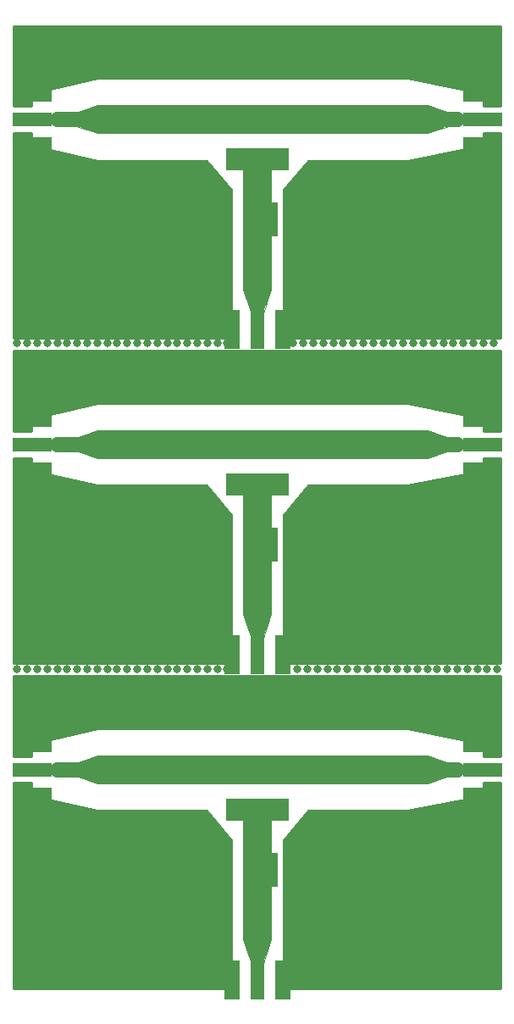
<source format=gbr>
G04 #@! TF.GenerationSoftware,KiCad,Pcbnew,(5.1.5)-3*
G04 #@! TF.CreationDate,2021-12-07T11:44:26+01:00*
G04 #@! TF.ProjectId,stitched capcoupler,73746974-6368-4656-9420-636170636f75,rev?*
G04 #@! TF.SameCoordinates,Original*
G04 #@! TF.FileFunction,Copper,L1,Top*
G04 #@! TF.FilePolarity,Positive*
%FSLAX46Y46*%
G04 Gerber Fmt 4.6, Leading zero omitted, Abs format (unit mm)*
G04 Created by KiCad (PCBNEW (5.1.5)-3) date 2021-12-07 11:44:26*
%MOMM*%
%LPD*%
G04 APERTURE LIST*
%ADD10C,0.100000*%
%ADD11C,0.500000*%
%ADD12R,2.000000X2.900000*%
%ADD13R,0.500000X1.000000*%
%ADD14R,2.900000X2.000000*%
%ADD15R,1.000000X0.500000*%
%ADD16R,6.350000X2.200000*%
%ADD17R,1.500000X4.000000*%
%ADD18R,1.400000X4.000000*%
%ADD19R,4.000000X1.400000*%
%ADD20R,4.000000X1.500000*%
%ADD21R,2.000000X3.500000*%
%ADD22C,0.800000*%
%ADD23C,2.900000*%
%ADD24C,1.500000*%
%ADD25C,0.254000*%
G04 APERTURE END LIST*
D10*
X92800000Y19000000D02*
X91700000Y18600000D01*
X92800000Y21000000D02*
X91900000Y21300000D01*
X91900000Y21400000D02*
X94900000Y20300000D01*
X94900000Y19700000D02*
X91900000Y18600000D01*
D11*
X94900000Y20000000D02*
X92000000Y19500000D01*
X95000000Y20000000D02*
X92000000Y20500000D01*
X95000000Y20000000D02*
X91800000Y21100000D01*
X95000000Y20000000D02*
X91800000Y18900000D01*
X95000000Y20000000D02*
X91900000Y20000000D01*
D10*
X92000000Y18600000D02*
X94900000Y19600000D01*
X94900000Y20400000D02*
X92000000Y21400000D01*
X74000000Y2200000D02*
X73600000Y3300000D01*
X76000000Y2200000D02*
X76300000Y3100000D01*
X76400000Y3100000D02*
X75300000Y100000D01*
X74700000Y100000D02*
X73600000Y3100000D01*
D11*
X75000000Y100000D02*
X74500000Y3000000D01*
X75000000Y0D02*
X75500000Y3000000D01*
X75000000Y0D02*
X76100000Y3200000D01*
X75000000Y0D02*
X73900000Y3200000D01*
X75000000Y0D02*
X75000000Y3100000D01*
D10*
X73600000Y3000000D02*
X74600000Y100000D01*
X75400000Y100000D02*
X76400000Y3000000D01*
X58200000Y21000000D02*
X59300000Y21400000D01*
X58200000Y19000000D02*
X59100000Y18700000D01*
X59100000Y18600000D02*
X56100000Y19700000D01*
X56100000Y20300000D02*
X59100000Y21400000D01*
D11*
X56100000Y20000000D02*
X59000000Y20500000D01*
X56000000Y20000000D02*
X59000000Y19500000D01*
X56000000Y20000000D02*
X59200000Y18900000D01*
X56000000Y20000000D02*
X59200000Y21100000D01*
X56000000Y20000000D02*
X59100000Y20000000D01*
D10*
X59000000Y21400000D02*
X56100000Y20400000D01*
X56100000Y19600000D02*
X59000000Y18600000D01*
X92800000Y-13500000D02*
X91700000Y-13900000D01*
X92800000Y-11500000D02*
X91900000Y-11200000D01*
X91900000Y-11100000D02*
X94900000Y-12200000D01*
X94900000Y-12800000D02*
X91900000Y-13900000D01*
D11*
X94900000Y-12500000D02*
X92000000Y-13000000D01*
X95000000Y-12500000D02*
X92000000Y-12000000D01*
X95000000Y-12500000D02*
X91800000Y-11400000D01*
X95000000Y-12500000D02*
X91800000Y-13600000D01*
X95000000Y-12500000D02*
X91900000Y-12500000D01*
D10*
X92000000Y-13900000D02*
X94900000Y-12900000D01*
X94900000Y-12100000D02*
X92000000Y-11100000D01*
X74000000Y-30300000D02*
X73600000Y-29200000D01*
X76000000Y-30300000D02*
X76300000Y-29400000D01*
X76400000Y-29400000D02*
X75300000Y-32400000D01*
X74700000Y-32400000D02*
X73600000Y-29400000D01*
D11*
X75000000Y-32400000D02*
X74500000Y-29500000D01*
X75000000Y-32500000D02*
X75500000Y-29500000D01*
X75000000Y-32500000D02*
X76100000Y-29300000D01*
X75000000Y-32500000D02*
X73900000Y-29300000D01*
X75000000Y-32500000D02*
X75000000Y-29400000D01*
D10*
X73600000Y-29500000D02*
X74600000Y-32400000D01*
X75400000Y-32400000D02*
X76400000Y-29500000D01*
X58200000Y-11500000D02*
X59300000Y-11100000D01*
X58200000Y-13500000D02*
X59100000Y-13800000D01*
X59100000Y-13900000D02*
X56100000Y-12800000D01*
X56100000Y-12200000D02*
X59100000Y-11100000D01*
D11*
X56100000Y-12500000D02*
X59000000Y-12000000D01*
X56000000Y-12500000D02*
X59000000Y-13000000D01*
X56000000Y-12500000D02*
X59200000Y-13600000D01*
X56000000Y-12500000D02*
X59200000Y-11400000D01*
X56000000Y-12500000D02*
X59100000Y-12500000D01*
D10*
X59000000Y-11100000D02*
X56100000Y-12100000D01*
X56100000Y-12900000D02*
X59000000Y-13900000D01*
X75400000Y-64900000D02*
X76400000Y-62000000D01*
X73600000Y-62000000D02*
X74600000Y-64900000D01*
D11*
X75000000Y-65000000D02*
X75000000Y-61900000D01*
X75000000Y-65000000D02*
X73900000Y-61800000D01*
X75000000Y-65000000D02*
X76100000Y-61800000D01*
X75000000Y-65000000D02*
X75500000Y-62000000D01*
X75000000Y-64900000D02*
X74500000Y-62000000D01*
D10*
X74700000Y-64900000D02*
X73600000Y-61900000D01*
X76400000Y-61900000D02*
X75300000Y-64900000D01*
X76000000Y-62800000D02*
X76300000Y-61900000D01*
X74000000Y-62800000D02*
X73600000Y-61700000D01*
X94900000Y-44600000D02*
X92000000Y-43600000D01*
X92000000Y-46400000D02*
X94900000Y-45400000D01*
D11*
X95000000Y-45000000D02*
X91900000Y-45000000D01*
X95000000Y-45000000D02*
X91800000Y-46100000D01*
X95000000Y-45000000D02*
X91800000Y-43900000D01*
X95000000Y-45000000D02*
X92000000Y-44500000D01*
X94900000Y-45000000D02*
X92000000Y-45500000D01*
D10*
X94900000Y-45300000D02*
X91900000Y-46400000D01*
X91900000Y-43600000D02*
X94900000Y-44700000D01*
X92800000Y-44000000D02*
X91900000Y-43700000D01*
X92800000Y-46000000D02*
X91700000Y-46400000D01*
X56100000Y-45400000D02*
X59000000Y-46400000D01*
X59000000Y-43600000D02*
X56100000Y-44600000D01*
D11*
X56000000Y-45000000D02*
X59100000Y-45000000D01*
X56000000Y-45000000D02*
X59200000Y-43900000D01*
X56000000Y-45000000D02*
X59200000Y-46100000D01*
X56000000Y-45000000D02*
X59000000Y-45500000D01*
X56100000Y-45000000D02*
X59000000Y-44500000D01*
D10*
X56100000Y-44700000D02*
X59100000Y-43600000D01*
X59100000Y-46400000D02*
X56100000Y-45300000D01*
X58200000Y-46000000D02*
X59100000Y-46300000D01*
X58200000Y-44000000D02*
X59300000Y-43600000D01*
D12*
X91000000Y20000000D03*
D13*
X95000000Y20000000D03*
D14*
X75000000Y4000000D03*
D15*
X75000000Y0D03*
D16*
X75000000Y16000000D03*
X75000000Y20000000D03*
D17*
X72460000Y-1000000D03*
X77540000Y-1000000D03*
D18*
X75000000Y-1000000D03*
D19*
X97500000Y20000000D03*
D20*
X97500000Y22540000D03*
X97500000Y17460000D03*
D21*
X80000000Y10000000D03*
X76000000Y10000000D03*
D20*
X52500000Y22540000D03*
X52500000Y17460000D03*
D19*
X52500000Y20000000D03*
D12*
X60000000Y20000000D03*
D13*
X56000000Y20000000D03*
D12*
X91000000Y-12500000D03*
D13*
X95000000Y-12500000D03*
D14*
X75000000Y-28500000D03*
D15*
X75000000Y-32500000D03*
D16*
X75000000Y-16500000D03*
X75000000Y-12500000D03*
D17*
X72460000Y-33500000D03*
X77540000Y-33500000D03*
D18*
X75000000Y-33500000D03*
D19*
X97500000Y-12500000D03*
D20*
X97500000Y-9960000D03*
X97500000Y-15040000D03*
D21*
X80000000Y-22500000D03*
X76000000Y-22500000D03*
D20*
X52500000Y-9960000D03*
X52500000Y-15040000D03*
D19*
X52500000Y-12500000D03*
D12*
X60000000Y-12500000D03*
D13*
X56000000Y-12500000D03*
D15*
X75000000Y-65000000D03*
D14*
X75000000Y-61000000D03*
D13*
X95000000Y-45000000D03*
D12*
X91000000Y-45000000D03*
D13*
X56000000Y-45000000D03*
D12*
X60000000Y-45000000D03*
D16*
X75000000Y-45000000D03*
X75000000Y-49000000D03*
D21*
X76000000Y-55000000D03*
X80000000Y-55000000D03*
D19*
X52500000Y-45000000D03*
D20*
X52500000Y-47540000D03*
X52500000Y-42460000D03*
X97500000Y-47540000D03*
X97500000Y-42460000D03*
D19*
X97500000Y-45000000D03*
D18*
X75000000Y-66000000D03*
D17*
X77540000Y-66000000D03*
X72460000Y-66000000D03*
D22*
X87500000Y-20000000D03*
X62500000Y-27500000D03*
X65000000Y-30000000D03*
X87500000Y-25000000D03*
X90000000Y-27500000D03*
X90000000Y-32500000D03*
X90000000Y-25000000D03*
X90000000Y-30000000D03*
X87500000Y-30000000D03*
X85000000Y-30000000D03*
X82500000Y-30000000D03*
X67500000Y-30000000D03*
X62500000Y-25000000D03*
X87500000Y-27500000D03*
X62500000Y-30000000D03*
X70000000Y-30000000D03*
X62500000Y-32500000D03*
X87500000Y-22500000D03*
X80000000Y-30000000D03*
X62500000Y-22500000D03*
X62500000Y-20000000D03*
X57500000Y-32500000D03*
X67500000Y-32500000D03*
X80000000Y-32500000D03*
X65000000Y-32500000D03*
X92500000Y-32500000D03*
X67500000Y-27500000D03*
X87500000Y-32500000D03*
X82500000Y-22500000D03*
X82500000Y-27500000D03*
X82500000Y-20000000D03*
X70000000Y-27500000D03*
X70000000Y-32500000D03*
X55000000Y-32500000D03*
X82500000Y-32500000D03*
X82500000Y-25000000D03*
X85000000Y-27500000D03*
X85000000Y-32500000D03*
X65000000Y-27500000D03*
X95000000Y-32500000D03*
X85000000Y-5000000D03*
X60000000Y-5000000D03*
X60000000Y-20000000D03*
X60000000Y-32500000D03*
X90000000Y-5000000D03*
X72500000Y-5000000D03*
X62500000Y-5000000D03*
X57500000Y-5000000D03*
X55000000Y-5000000D03*
X52500000Y-5000000D03*
X60000000Y-22500000D03*
X97500000Y-22500000D03*
X60000000Y-25000000D03*
X60000000Y-30000000D03*
X97500000Y-30000000D03*
X97500000Y-25000000D03*
X95000000Y-5000000D03*
X87500000Y-5000000D03*
X65000000Y-5000000D03*
X90000000Y-20000000D03*
X90000000Y-22500000D03*
X60000000Y-27500000D03*
X70000000Y-5000000D03*
X97500000Y-20000000D03*
X97500000Y-5000000D03*
X97500000Y-27500000D03*
X92500000Y-5000000D03*
X77500000Y-5000000D03*
X82500000Y-5000000D03*
X80000000Y-5000000D03*
X75000000Y-5000000D03*
X67500000Y-5000000D03*
X97500000Y-17500000D03*
X75000000Y-7500000D03*
X67500000Y-17500000D03*
X55000000Y-7500000D03*
X85000000Y-17500000D03*
X57500000Y-17500000D03*
X62500000Y-7500000D03*
X55000000Y-17500000D03*
X57500000Y-7500000D03*
X52500000Y-17500000D03*
X80000000Y-7500000D03*
X52500000Y-20000000D03*
X60000000Y-7500000D03*
X80000000Y-17500000D03*
X52500000Y-22500000D03*
X85000000Y-7500000D03*
X92500000Y-17500000D03*
X87500000Y-17500000D03*
X52500000Y-7500000D03*
X90000000Y-17500000D03*
X67500000Y-7500000D03*
X60000000Y-17500000D03*
X52500000Y-25000000D03*
X62500000Y-17500000D03*
X52500000Y-30000000D03*
X70000000Y-7500000D03*
X90000000Y-7500000D03*
X70000000Y-17500000D03*
X72500000Y-7500000D03*
X95000000Y-17500000D03*
X52500000Y-27500000D03*
X97500000Y-32500000D03*
X82500000Y-17500000D03*
X52500000Y-32500000D03*
X95000000Y-7500000D03*
X97500000Y-7500000D03*
X92500000Y-7500000D03*
X65000000Y-7500000D03*
X82500000Y-7500000D03*
X77500000Y-7500000D03*
X87500000Y-7500000D03*
X51000000Y-7500000D03*
X65000000Y-17500000D03*
X87500000Y12500000D03*
X62500000Y5000000D03*
X65000000Y2500000D03*
X87500000Y7500000D03*
X90000000Y5000000D03*
X90000000Y0D03*
X90000000Y7500000D03*
X90000000Y2500000D03*
X87500000Y2500000D03*
X85000000Y2500000D03*
X82500000Y2500000D03*
X67500000Y2500000D03*
X62500000Y7500000D03*
X87500000Y5000000D03*
X62500000Y2500000D03*
X70000000Y2500000D03*
X62500000Y0D03*
X87500000Y10000000D03*
X80000000Y2500000D03*
X62500000Y10000000D03*
X62500000Y12500000D03*
X57500000Y0D03*
X67500000Y0D03*
X80000000Y0D03*
X65000000Y0D03*
X92500000Y0D03*
X67500000Y5000000D03*
X87500000Y0D03*
X82500000Y10000000D03*
X82500000Y5000000D03*
X82500000Y12500000D03*
X70000000Y5000000D03*
X70000000Y0D03*
X55000000Y0D03*
X82500000Y0D03*
X82500000Y7500000D03*
X85000000Y5000000D03*
X85000000Y0D03*
X65000000Y5000000D03*
X95000000Y0D03*
X85000000Y27500000D03*
X60000000Y27500000D03*
X60000000Y12500000D03*
X60000000Y0D03*
X90000000Y27500000D03*
X72500000Y27500000D03*
X62500000Y27500000D03*
X57500000Y27500000D03*
X55000000Y27500000D03*
X52500000Y27500000D03*
X60000000Y10000000D03*
X97500000Y10000000D03*
X60000000Y7500000D03*
X60000000Y2500000D03*
X97500000Y2500000D03*
X97500000Y7500000D03*
X95000000Y27500000D03*
X87500000Y27500000D03*
X65000000Y27500000D03*
X90000000Y12500000D03*
X90000000Y10000000D03*
X60000000Y5000000D03*
X70000000Y27500000D03*
X97500000Y12500000D03*
X97500000Y27500000D03*
X97500000Y5000000D03*
X92500000Y27500000D03*
X77500000Y27500000D03*
X82500000Y27500000D03*
X80000000Y27500000D03*
X75000000Y27500000D03*
X67500000Y27500000D03*
X97500000Y15000000D03*
X75000000Y25000000D03*
X67500000Y15000000D03*
X55000000Y25000000D03*
X85000000Y15000000D03*
X57500000Y15000000D03*
X62500000Y25000000D03*
X55000000Y15000000D03*
X57500000Y25000000D03*
X52500000Y15000000D03*
X80000000Y25000000D03*
X52500000Y12500000D03*
X60000000Y25000000D03*
X80000000Y15000000D03*
X52500000Y10000000D03*
X85000000Y25000000D03*
X92500000Y15000000D03*
X87500000Y15000000D03*
X52500000Y25000000D03*
X90000000Y15000000D03*
X67500000Y25000000D03*
X60000000Y15000000D03*
X52500000Y7500000D03*
X62500000Y15000000D03*
X52500000Y2500000D03*
X70000000Y25000000D03*
X90000000Y25000000D03*
X70000000Y15000000D03*
X72500000Y25000000D03*
X95000000Y15000000D03*
X52500000Y5000000D03*
X97500000Y0D03*
X82500000Y15000000D03*
X52500000Y0D03*
X95000000Y25000000D03*
X97500000Y25000000D03*
X92500000Y25000000D03*
X65000000Y25000000D03*
X82500000Y25000000D03*
X77500000Y25000000D03*
X87500000Y25000000D03*
X51000000Y25000000D03*
X65000000Y15000000D03*
X52000000Y-35000000D03*
X53000000Y-35000000D03*
X54000000Y-35000000D03*
X55000000Y-35000000D03*
X56000000Y-35000000D03*
X57000000Y-35000000D03*
X58000000Y-35000000D03*
X59000000Y-35000000D03*
X60000000Y-35000000D03*
X61000000Y-35000000D03*
X62000000Y-35000000D03*
X63000000Y-35000000D03*
X64000000Y-35000000D03*
X65000000Y-35000000D03*
X66000000Y-35000000D03*
X67000000Y-35000000D03*
X68000000Y-35000000D03*
X69000000Y-35000000D03*
X70000000Y-35000000D03*
X71000000Y-35000000D03*
X72000000Y-35000000D03*
X79600000Y-2400000D03*
X80600000Y-2400000D03*
X81600000Y-2400000D03*
X82600000Y-2400000D03*
X83600000Y-2400000D03*
X84600000Y-2400000D03*
X85600000Y-2400000D03*
X86600000Y-2400000D03*
X87600000Y-2400000D03*
X88600000Y-2400000D03*
X89600000Y-2400000D03*
X90600000Y-2400000D03*
X91600000Y-2400000D03*
X92600000Y-2400000D03*
X93600000Y-2400000D03*
X94600000Y-2400000D03*
X95600000Y-2400000D03*
X96600000Y-2400000D03*
X97600000Y-2400000D03*
X98600000Y-2400000D03*
X78600000Y-2400000D03*
X72000000Y-2400000D03*
X71000000Y-2400000D03*
X70000000Y-2400000D03*
X69000000Y-2400000D03*
X68000000Y-2400000D03*
X67000000Y-2400000D03*
X66000000Y-2400000D03*
X65000000Y-2400000D03*
X64000000Y-2400000D03*
X63000000Y-2400000D03*
X62000000Y-2400000D03*
X61000000Y-2400000D03*
X60000000Y-2400000D03*
X59000000Y-2400000D03*
X58000000Y-2400000D03*
X57000000Y-2400000D03*
X56000000Y-2400000D03*
X55000000Y-2400000D03*
X54000000Y-2400000D03*
X53000000Y-2400000D03*
X52000000Y-2400000D03*
X51000000Y-2400000D03*
X51000000Y-35000000D03*
X99000000Y-35000000D03*
X98000000Y-35000000D03*
X97000000Y-35000000D03*
X96000000Y-35000000D03*
X95000000Y-35000000D03*
X94000000Y-35000000D03*
X93000000Y-35000000D03*
X92000000Y-35000000D03*
X91000000Y-35000000D03*
X90000000Y-35000000D03*
X89000000Y-35000000D03*
X88000000Y-35000000D03*
X87000000Y-35000000D03*
X86000000Y-35000000D03*
X85000000Y-35000000D03*
X84000000Y-35000000D03*
X83000000Y-35000000D03*
X82000000Y-35000000D03*
X81000000Y-35000000D03*
X80000000Y-35000000D03*
X79000000Y-35000000D03*
X51000000Y-40000000D03*
X55000000Y-40000000D03*
X60000000Y-40000000D03*
X65000000Y-40000000D03*
X70000000Y-40000000D03*
X75000000Y-40000000D03*
X80000000Y-40000000D03*
X85000000Y-40000000D03*
X90000000Y-40000000D03*
X95000000Y-40000000D03*
X95000000Y-50000000D03*
X90000000Y-50000000D03*
X85000000Y-50000000D03*
X80000000Y-50000000D03*
X70000000Y-50000000D03*
X65000000Y-50000000D03*
X60000000Y-50000000D03*
X55000000Y-50000000D03*
X52500000Y-40000000D03*
X57500000Y-40000000D03*
X62500000Y-40000000D03*
X67500000Y-40000000D03*
X72500000Y-40000000D03*
X77500000Y-40000000D03*
X82500000Y-40000000D03*
X87500000Y-40000000D03*
X92500000Y-40000000D03*
X97500000Y-40000000D03*
X97500000Y-50000000D03*
X92500000Y-50000000D03*
X87500000Y-50000000D03*
X82500000Y-50000000D03*
X67500000Y-50000000D03*
X62500000Y-50000000D03*
X57500000Y-50000000D03*
X52500000Y-50000000D03*
X52500000Y-52500000D03*
X52500000Y-55000000D03*
X52500000Y-57500000D03*
X52500000Y-62500000D03*
X52500000Y-60000000D03*
X52500000Y-65000000D03*
X97500000Y-65000000D03*
X97500000Y-62500000D03*
X97500000Y-60000000D03*
X97500000Y-57500000D03*
X97500000Y-55000000D03*
X97500000Y-52500000D03*
X97500000Y-37500000D03*
X95000000Y-37500000D03*
X92500000Y-37500000D03*
X90000000Y-37500000D03*
X87500000Y-37500000D03*
X85000000Y-37500000D03*
X82500000Y-37500000D03*
X80000000Y-37500000D03*
X77500000Y-37500000D03*
X75000000Y-37500000D03*
X72500000Y-37500000D03*
X70000000Y-37500000D03*
X67500000Y-37500000D03*
X65000000Y-37500000D03*
X62500000Y-37500000D03*
X60000000Y-37500000D03*
X57500000Y-37500000D03*
X55000000Y-37500000D03*
X52500000Y-37500000D03*
X60000000Y-52500000D03*
X60000000Y-55000000D03*
X60000000Y-57500000D03*
X60000000Y-60000000D03*
X60000000Y-62500000D03*
X60000000Y-65000000D03*
X90000000Y-52500000D03*
X90000000Y-55000000D03*
X90000000Y-57500000D03*
X90000000Y-60000000D03*
X90000000Y-62500000D03*
X90000000Y-65000000D03*
X87500000Y-62500000D03*
X85000000Y-62500000D03*
X82500000Y-62500000D03*
X80000000Y-62500000D03*
X70000000Y-62500000D03*
X67500000Y-62500000D03*
X65000000Y-62500000D03*
X62500000Y-62500000D03*
X62500000Y-52500000D03*
X62500000Y-55000000D03*
X62500000Y-57500000D03*
X62500000Y-60000000D03*
X62500000Y-65000000D03*
X87500000Y-60000000D03*
X87500000Y-57500000D03*
X87500000Y-55000000D03*
X87500000Y-52500000D03*
X85000000Y-60000000D03*
X82500000Y-60000000D03*
X70000000Y-60000000D03*
X67500000Y-60000000D03*
X65000000Y-60000000D03*
X55000000Y-65000000D03*
X57500000Y-65000000D03*
X65000000Y-65000000D03*
X67500000Y-65000000D03*
X70000000Y-65000000D03*
X80000000Y-65000000D03*
X82500000Y-65000000D03*
X85000000Y-65000000D03*
X87500000Y-65000000D03*
X92500000Y-65000000D03*
X95000000Y-65000000D03*
X82500000Y-52500000D03*
X82500000Y-55000000D03*
X82500000Y-57500000D03*
D23*
X90000000Y-12500000D02*
X60000000Y-12500000D01*
D24*
X95000000Y-12500000D02*
X90000000Y-12500000D01*
D23*
X75000000Y-12500000D02*
X90000000Y-12500000D01*
D24*
X55000000Y-12500000D02*
X60000000Y-12500000D01*
D23*
X75000000Y-17000000D02*
X75000000Y-28000000D01*
X90000000Y20000000D02*
X60000000Y20000000D01*
D24*
X95000000Y20000000D02*
X90000000Y20000000D01*
D23*
X75000000Y20000000D02*
X90000000Y20000000D01*
D24*
X55000000Y20000000D02*
X60000000Y20000000D01*
D23*
X75000000Y15500000D02*
X75000000Y4500000D01*
X75000000Y-45000000D02*
X90000000Y-45000000D01*
X90000000Y-45000000D02*
X60000000Y-45000000D01*
D24*
X55000000Y-45000000D02*
X60000000Y-45000000D01*
X95000000Y-45000000D02*
X90000000Y-45000000D01*
D23*
X75000000Y-49500000D02*
X75000000Y-60500000D01*
D25*
G36*
X52373000Y-47500000D02*
G01*
X52374744Y-47520973D01*
X52381242Y-47545006D01*
X52392304Y-47567310D01*
X52407505Y-47587027D01*
X52426260Y-47603400D01*
X52447850Y-47615799D01*
X52471443Y-47623748D01*
X58971443Y-49123748D01*
X59000000Y-49127000D01*
X69940517Y-49127000D01*
X72373000Y-52045980D01*
X72373000Y-66840000D01*
X50660000Y-66840000D01*
X50660000Y-46338072D01*
X52373000Y-46338072D01*
X52373000Y-47500000D01*
G37*
X52373000Y-47500000D02*
X52374744Y-47520973D01*
X52381242Y-47545006D01*
X52392304Y-47567310D01*
X52407505Y-47587027D01*
X52426260Y-47603400D01*
X52447850Y-47615799D01*
X52471443Y-47623748D01*
X58971443Y-49123748D01*
X59000000Y-49127000D01*
X69940517Y-49127000D01*
X72373000Y-52045980D01*
X72373000Y-66840000D01*
X50660000Y-66840000D01*
X50660000Y-46338072D01*
X52373000Y-46338072D01*
X52373000Y-47500000D01*
G36*
X99340000Y-66840000D02*
G01*
X77627000Y-66840000D01*
X77627000Y-56862420D01*
X77638072Y-56750000D01*
X77638072Y-53250000D01*
X77627000Y-53137580D01*
X77627000Y-52045980D01*
X80059483Y-49127000D01*
X90000000Y-49127000D01*
X90024907Y-49124534D01*
X97524907Y-47624534D01*
X97548601Y-47617333D01*
X97570557Y-47605597D01*
X97589803Y-47589803D01*
X97605597Y-47570557D01*
X97617333Y-47548601D01*
X97624560Y-47524776D01*
X97627000Y-47500000D01*
X97627000Y-46338072D01*
X99340001Y-46338072D01*
X99340000Y-66840000D01*
G37*
X99340000Y-66840000D02*
X77627000Y-66840000D01*
X77627000Y-56862420D01*
X77638072Y-56750000D01*
X77638072Y-53250000D01*
X77627000Y-53137580D01*
X77627000Y-52045980D01*
X80059483Y-49127000D01*
X90000000Y-49127000D01*
X90024907Y-49124534D01*
X97524907Y-47624534D01*
X97548601Y-47617333D01*
X97570557Y-47605597D01*
X97589803Y-47589803D01*
X97605597Y-47570557D01*
X97617333Y-47548601D01*
X97624560Y-47524776D01*
X97627000Y-47500000D01*
X97627000Y-46338072D01*
X99340001Y-46338072D01*
X99340000Y-66840000D01*
G36*
X99340001Y-43661928D02*
G01*
X97627000Y-43661928D01*
X97627000Y-42500000D01*
X97624586Y-42475354D01*
X97617383Y-42451522D01*
X97605670Y-42429553D01*
X97589896Y-42410291D01*
X97570668Y-42394477D01*
X97548724Y-42382718D01*
X97524907Y-42375466D01*
X90024907Y-40875466D01*
X90000000Y-40873000D01*
X59000000Y-40873000D01*
X58971443Y-40876252D01*
X52471443Y-42376252D01*
X52451399Y-42382667D01*
X52429443Y-42394403D01*
X52410197Y-42410197D01*
X52394403Y-42429443D01*
X52382667Y-42451399D01*
X52375440Y-42475224D01*
X52373000Y-42500000D01*
X52373000Y-43661928D01*
X50660000Y-43661928D01*
X50660000Y-35660000D01*
X99340001Y-35660000D01*
X99340001Y-43661928D01*
G37*
X99340001Y-43661928D02*
X97627000Y-43661928D01*
X97627000Y-42500000D01*
X97624586Y-42475354D01*
X97617383Y-42451522D01*
X97605670Y-42429553D01*
X97589896Y-42410291D01*
X97570668Y-42394477D01*
X97548724Y-42382718D01*
X97524907Y-42375466D01*
X90024907Y-40875466D01*
X90000000Y-40873000D01*
X59000000Y-40873000D01*
X58971443Y-40876252D01*
X52471443Y-42376252D01*
X52451399Y-42382667D01*
X52429443Y-42394403D01*
X52410197Y-42410197D01*
X52394403Y-42429443D01*
X52382667Y-42451399D01*
X52375440Y-42475224D01*
X52373000Y-42500000D01*
X52373000Y-43661928D01*
X50660000Y-43661928D01*
X50660000Y-35660000D01*
X99340001Y-35660000D01*
X99340001Y-43661928D01*
G36*
X52373000Y-15000000D02*
G01*
X52374744Y-15020973D01*
X52381242Y-15045006D01*
X52392304Y-15067310D01*
X52407505Y-15087027D01*
X52426260Y-15103400D01*
X52447850Y-15115799D01*
X52471443Y-15123748D01*
X58971443Y-16623748D01*
X59000000Y-16627000D01*
X69940517Y-16627000D01*
X72373000Y-19545980D01*
X72373000Y-34340000D01*
X50660000Y-34340000D01*
X50660000Y-13838072D01*
X52373000Y-13838072D01*
X52373000Y-15000000D01*
G37*
X52373000Y-15000000D02*
X52374744Y-15020973D01*
X52381242Y-15045006D01*
X52392304Y-15067310D01*
X52407505Y-15087027D01*
X52426260Y-15103400D01*
X52447850Y-15115799D01*
X52471443Y-15123748D01*
X58971443Y-16623748D01*
X59000000Y-16627000D01*
X69940517Y-16627000D01*
X72373000Y-19545980D01*
X72373000Y-34340000D01*
X50660000Y-34340000D01*
X50660000Y-13838072D01*
X52373000Y-13838072D01*
X52373000Y-15000000D01*
G36*
X99340000Y-34340000D02*
G01*
X77627000Y-34340000D01*
X77627000Y-24362420D01*
X77638072Y-24250000D01*
X77638072Y-20750000D01*
X77627000Y-20637580D01*
X77627000Y-19545980D01*
X80059483Y-16627000D01*
X90000000Y-16627000D01*
X90024907Y-16624534D01*
X97524907Y-15124534D01*
X97548601Y-15117333D01*
X97570557Y-15105597D01*
X97589803Y-15089803D01*
X97605597Y-15070557D01*
X97617333Y-15048601D01*
X97624560Y-15024776D01*
X97627000Y-15000000D01*
X97627000Y-13838072D01*
X99340001Y-13838072D01*
X99340000Y-34340000D01*
G37*
X99340000Y-34340000D02*
X77627000Y-34340000D01*
X77627000Y-24362420D01*
X77638072Y-24250000D01*
X77638072Y-20750000D01*
X77627000Y-20637580D01*
X77627000Y-19545980D01*
X80059483Y-16627000D01*
X90000000Y-16627000D01*
X90024907Y-16624534D01*
X97524907Y-15124534D01*
X97548601Y-15117333D01*
X97570557Y-15105597D01*
X97589803Y-15089803D01*
X97605597Y-15070557D01*
X97617333Y-15048601D01*
X97624560Y-15024776D01*
X97627000Y-15000000D01*
X97627000Y-13838072D01*
X99340001Y-13838072D01*
X99340000Y-34340000D01*
G36*
X99340001Y-11161928D02*
G01*
X97627000Y-11161928D01*
X97627000Y-10000000D01*
X97624586Y-9975354D01*
X97617383Y-9951522D01*
X97605670Y-9929553D01*
X97589896Y-9910291D01*
X97570668Y-9894477D01*
X97548724Y-9882718D01*
X97524907Y-9875466D01*
X90024907Y-8375466D01*
X90000000Y-8373000D01*
X59000000Y-8373000D01*
X58971443Y-8376252D01*
X52471443Y-9876252D01*
X52451399Y-9882667D01*
X52429443Y-9894403D01*
X52410197Y-9910197D01*
X52394403Y-9929443D01*
X52382667Y-9951399D01*
X52375440Y-9975224D01*
X52373000Y-10000000D01*
X52373000Y-11161928D01*
X50660000Y-11161928D01*
X50660000Y-3160000D01*
X99340001Y-3160000D01*
X99340001Y-11161928D01*
G37*
X99340001Y-11161928D02*
X97627000Y-11161928D01*
X97627000Y-10000000D01*
X97624586Y-9975354D01*
X97617383Y-9951522D01*
X97605670Y-9929553D01*
X97589896Y-9910291D01*
X97570668Y-9894477D01*
X97548724Y-9882718D01*
X97524907Y-9875466D01*
X90024907Y-8375466D01*
X90000000Y-8373000D01*
X59000000Y-8373000D01*
X58971443Y-8376252D01*
X52471443Y-9876252D01*
X52451399Y-9882667D01*
X52429443Y-9894403D01*
X52410197Y-9910197D01*
X52394403Y-9929443D01*
X52382667Y-9951399D01*
X52375440Y-9975224D01*
X52373000Y-10000000D01*
X52373000Y-11161928D01*
X50660000Y-11161928D01*
X50660000Y-3160000D01*
X99340001Y-3160000D01*
X99340001Y-11161928D01*
G36*
X52373000Y17500000D02*
G01*
X52374744Y17479027D01*
X52381242Y17454994D01*
X52392304Y17432690D01*
X52407505Y17412973D01*
X52426260Y17396600D01*
X52447850Y17384201D01*
X52471443Y17376252D01*
X58971443Y15876252D01*
X59000000Y15873000D01*
X69940517Y15873000D01*
X72373000Y12954020D01*
X72373000Y-1840000D01*
X50660000Y-1840000D01*
X50660000Y18661928D01*
X52373000Y18661928D01*
X52373000Y17500000D01*
G37*
X52373000Y17500000D02*
X52374744Y17479027D01*
X52381242Y17454994D01*
X52392304Y17432690D01*
X52407505Y17412973D01*
X52426260Y17396600D01*
X52447850Y17384201D01*
X52471443Y17376252D01*
X58971443Y15876252D01*
X59000000Y15873000D01*
X69940517Y15873000D01*
X72373000Y12954020D01*
X72373000Y-1840000D01*
X50660000Y-1840000D01*
X50660000Y18661928D01*
X52373000Y18661928D01*
X52373000Y17500000D01*
G36*
X99340000Y-1840000D02*
G01*
X77627000Y-1840000D01*
X77627000Y8137580D01*
X77638072Y8250000D01*
X77638072Y11750000D01*
X77627000Y11862420D01*
X77627000Y12954020D01*
X80059483Y15873000D01*
X90000000Y15873000D01*
X90024907Y15875466D01*
X97524907Y17375466D01*
X97548601Y17382667D01*
X97570557Y17394403D01*
X97589803Y17410197D01*
X97605597Y17429443D01*
X97617333Y17451399D01*
X97624560Y17475224D01*
X97627000Y17500000D01*
X97627000Y18661928D01*
X99340001Y18661928D01*
X99340000Y-1840000D01*
G37*
X99340000Y-1840000D02*
X77627000Y-1840000D01*
X77627000Y8137580D01*
X77638072Y8250000D01*
X77638072Y11750000D01*
X77627000Y11862420D01*
X77627000Y12954020D01*
X80059483Y15873000D01*
X90000000Y15873000D01*
X90024907Y15875466D01*
X97524907Y17375466D01*
X97548601Y17382667D01*
X97570557Y17394403D01*
X97589803Y17410197D01*
X97605597Y17429443D01*
X97617333Y17451399D01*
X97624560Y17475224D01*
X97627000Y17500000D01*
X97627000Y18661928D01*
X99340001Y18661928D01*
X99340000Y-1840000D01*
G36*
X99340001Y21338072D02*
G01*
X97627000Y21338072D01*
X97627000Y22500000D01*
X97624586Y22524646D01*
X97617383Y22548478D01*
X97605670Y22570447D01*
X97589896Y22589709D01*
X97570668Y22605523D01*
X97548724Y22617282D01*
X97524907Y22624534D01*
X90024907Y24124534D01*
X90000000Y24127000D01*
X59000000Y24127000D01*
X58971443Y24123748D01*
X52471443Y22623748D01*
X52451399Y22617333D01*
X52429443Y22605597D01*
X52410197Y22589803D01*
X52394403Y22570557D01*
X52382667Y22548601D01*
X52375440Y22524776D01*
X52373000Y22500000D01*
X52373000Y21338072D01*
X50660000Y21338072D01*
X50660000Y29340000D01*
X99340001Y29340000D01*
X99340001Y21338072D01*
G37*
X99340001Y21338072D02*
X97627000Y21338072D01*
X97627000Y22500000D01*
X97624586Y22524646D01*
X97617383Y22548478D01*
X97605670Y22570447D01*
X97589896Y22589709D01*
X97570668Y22605523D01*
X97548724Y22617282D01*
X97524907Y22624534D01*
X90024907Y24124534D01*
X90000000Y24127000D01*
X59000000Y24127000D01*
X58971443Y24123748D01*
X52471443Y22623748D01*
X52451399Y22617333D01*
X52429443Y22605597D01*
X52410197Y22589803D01*
X52394403Y22570557D01*
X52382667Y22548601D01*
X52375440Y22524776D01*
X52373000Y22500000D01*
X52373000Y21338072D01*
X50660000Y21338072D01*
X50660000Y29340000D01*
X99340001Y29340000D01*
X99340001Y21338072D01*
M02*

</source>
